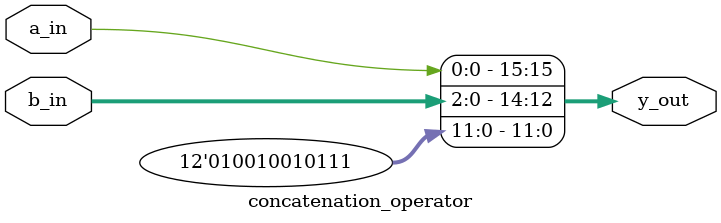
<source format=v>
module concatenation_operator(input [2:0] a_in, b_in, output reg [15:0] y_out);

parameter c_in = 3'b010;

always @(a_in, b_in)
begin
y_out = {a_in ,b_in , {3{c_in}}, 3'b111};
end
endmodule
</source>
